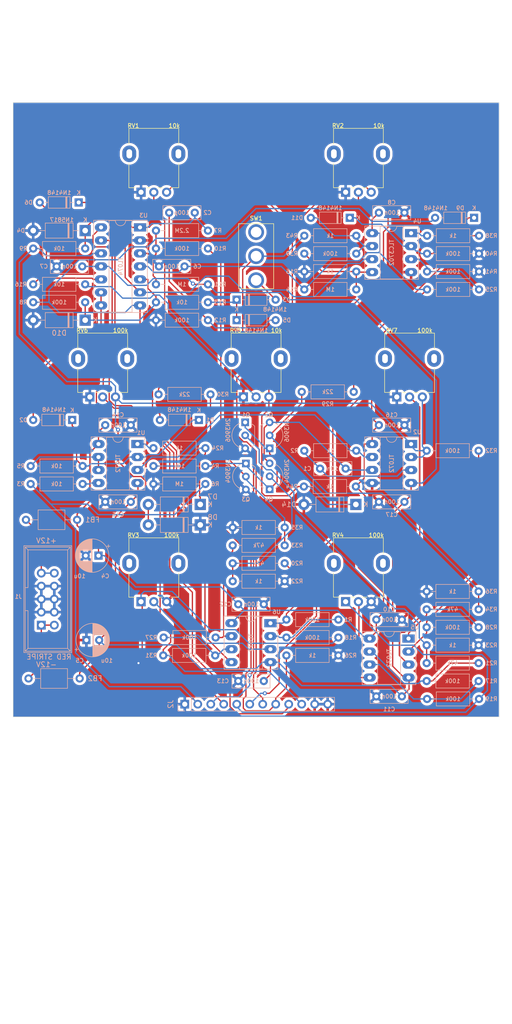
<source format=kicad_pcb>
(kicad_pcb (version 20221018) (generator pcbnew)
  (layers (0 "F.Cu" signal) (31 "B.Cu" signal) (34 "B.Paste" user) (35 "F.Paste" user) (36 "B.SilkS" user "B.Silkscreen") (37 "F.SilkS" user "F.Silkscreen") (38 "B.Mask" user) (39 "F.Mask" user) (44 "Edge.Cuts" user))
  (net 0 "")
  (net 1 "/Slope Main 1/GATE_BUF")
  (net 2 "/Slope Main 1/TRIGGER")
  (net 3 "+12V")
  (net 4 "GND")
  (net 5 "-12V")
  (net 6 "/Slope Main 1/STATE")
  (net 7 "/Slope Main 1/SUSTAIN_BUF")
  (net 8 "LOOP")
  (net 9 "Net-(Q2-C)")
  (net 10 "VREF")
  (net 11 "Net-(FB1-Pad1)")
  (net 12 "Net-(FB2-Pad1)")
  (net 13 "IN")
  (net 14 "GATE_IN")
  (net 15 "RISE_CV_IN")
  (net 16 "FALL_CV_IN")
  (net 17 "EOR")
  (net 18 "EOC")
  (net 19 "OUT_LEDB")
  (net 20 "OUT_LEDA")
  (net 21 "OUT")
  (net 22 "FALL1")
  (net 23 "FALL2")
  (net 24 "RISE2")
  (net 25 "RISE1")
  (net 26 "Net-(R1-Pad2)")
  (net 27 "SUSTAIN")
  (net 28 "Net-(R17-Pad2)")
  (net 29 "Net-(R24-Pad1)")
  (net 30 "Net-(R27-Pad1)")
  (net 31 "Net-(R28-Pad1)")
  (net 32 "/Slope Main 2/FALL_W")
  (net 33 "/Slope Main 2/RISE_W")
  (net 34 "Net-(R38-Pad2)")
  (net 35 "/Slope Main 2/RISE_CV_W")
  (net 36 "/Slope Main 2/FALL_CV_W")
  (net 37 "/Slope Main 2/RISE_SHAPE_W")
  (net 38 "/Slope Main 2/FALL_SHAPE_W")
  (net 39 "Net-(U2A-+)")
  (net 40 "Net-(D1-K)")
  (net 41 "Net-(D3-K)")
  (net 42 "Net-(D4-K)")
  (net 43 "Net-(D6-A)")
  (net 44 "Net-(D7-K)")
  (net 45 "Net-(D7-A)")
  (net 46 "Net-(D11-K)")
  (net 47 "Net-(D10-K)")
  (net 48 "Net-(D11-A)")
  (net 49 "Net-(Q1-E)")
  (net 50 "Net-(U6A--)")
  (net 51 "Net-(U1A-+)")
  (net 52 "Net-(U1B-+)")
  (net 53 "Net-(U1B--)")
  (net 54 "Net-(U3A-+)")
  (net 55 "Net-(U4B-+)")
  (net 56 "Net-(U5B--)")
  (net 57 "Net-(U4A-+)")
  (net 58 "Net-(U6B--)")
  (net 59 "Net-(U5A--)")
  (footprint "AO_tht:SPDT-toggle-switch-1M-series" (layer "F.Cu") (at 350 50)
    (fp_text reference "SW1")
    (fp_text value "SW_SPDT")
  )
  (footprint "AO_tht:Potentiometer_Alpha_RD901F-40-00D_Single_Vertical_centered" (layer "F.Cu") (at 330 110 90)
    (fp_text reference "RV3")
    (fp_text value "100k")
  )
  (footprint "AO_tht:Potentiometer_Alpha_RD901F-40-00D_Single_Vertical_centered" (layer "F.Cu") (at 350 70 90)
    (fp_text reference "RV5")
    (fp_text value "10k")
  )
  (footprint "AO_tht:Potentiometer_Alpha_RD901F-40-00D_Single_Vertical_centered" (layer "F.Cu") (at 370 30 90)
    (fp_text reference "RV2")
    (fp_text value "10k")
  )
  (footprint "AO_tht:Potentiometer_Alpha_RD901F-40-00D_Single_Vertical_centered" (layer "F.Cu") (at 370 110 90)
    (fp_text reference "RV4")
    (fp_text value "100k")
  )
  (footprint "AO_tht:Potentiometer_Alpha_RD901F-40-00D_Single_Vertical_centered" (layer "F.Cu") (at 330 30 90)
    (fp_text reference "RV1")
    (fp_text value "10k")
  )
  (footprint "AO_tht:Potentiometer_Alpha_RD901F-40-00D_Single_Vertical_centered" (layer "F.Cu") (at 320 70 90)
    (fp_text reference "RV6")
    (fp_text value "100k")
  )
  (footprint "AO_tht:Potentiometer_Alpha_RD901F-40-00D_Single_Vertical_centered" (layer "F.Cu") (at 380 70 90)
    (fp_text reference "RV7")
    (fp_text value "100k")
  )
  (footprint "Diode_THT:D_DO-41_SOD81_P10.16mm_Horizontal" (layer "B.Cu") (at 339.08 98.5 180)
    (fp_text reference "D7")
    (fp_text value "BZX79-C7V5")
  )
  (footprint "AO_tht:R_Axial_DIN0207_L6.3mm_D2.5mm_P10.16mm_Horizontal" (layer "B.Cu") (at 393.5 115.5 180)
    (fp_text reference "R36")
    (fp_text value "1k")
  )
  (footprint "AO_tht:R_Axial_DIN0207_L6.3mm_D2.5mm_P10.16mm_Horizontal" (layer "B.Cu") (at 340.58 59 180)
    (fp_text reference "R13")
    (fp_text value "10k")
  )
  (footprint "AO_tht:R_Axial_DIN0207_L6.3mm_D2.5mm_P10.16mm_Horizontal" (layer "B.Cu") (at 366.08 121 180)
    (fp_text reference "R1")
    (fp_text value "100k")
  )
  (footprint "AO_tht:DIP-8_W7.62mm_Socket_LongPads" (layer "B.Cu") (at 379.8 124.7 180)
    (fp_text reference "U5")
    (fp_text value "TL072")
  )
  (footprint "AO_tht:DIP-8_W7.62mm_Socket_LongPads" (layer "B.Cu") (at 380.3 45.5 180)
    (fp_text reference "U4")
    (fp_text value "TLC3702")
  )
  (footprint "AO_tht:DIP-8_W7.62mm_Socket_LongPads" (layer "B.Cu") (at 352.8 121.7 180)
    (fp_text reference "U6")
    (fp_text value "TL072")
  )
  (footprint "AO_tht:D_DO-35_SOD27_P7.62mm_Horizontal" (layer "B.Cu") (at 346.19 62.5)
    (fp_text reference "D5")
    (fp_text value "1N4148")
  )
  (footprint "AO_tht:C_Rect_L7.2mm_W2.5mm_P5.00mm_FKS2_FKP2_MKS2_MKP2" (layer "B.Cu") (at 373.5 121)
    (fp_text reference "C10")
    (fp_text value "100n")
  )
  (footprint "AO_tht:C_Rect_L7.2mm_W2.5mm_P5.00mm_FKS2_FKP2_MKS2_MKP2" (layer "B.Cu") (at 374 83)
    (fp_text reference "C16")
    (fp_text value "100n")
  )
  (footprint "AO_tht:R_Axial_DIN0207_L6.3mm_D2.5mm_P10.16mm_Horizontal" (layer "B.Cu") (at 393.5 119 180)
    (fp_text reference "R34")
    (fp_text value "47k")
  )
  (footprint "AO_tht:R_Axial_DIN0207_L6.3mm_D2.5mm_P10.16mm_Horizontal" (layer "B.Cu") (at 393.58 136.5 180)
    (fp_text reference "R19")
    (fp_text value "100k")
  )
  (footprint "AO_tht:D_DO-35_SOD27_P7.62mm_Horizontal" (layer "B.Cu") (at 368.31 42.5 180)
    (fp_text reference "D11")
    (fp_text value "1N4148")
  )
  (footprint "AO_tht:R_Axial_DIN0207_L6.3mm_D2.5mm_P10.16mm_Horizontal" (layer "B.Cu") (at 358.92 76.5)
    (fp_text reference "R29")
    (fp_text value "22k")
  )
  (footprint "AO_tht:R_Axial_DIN0207_L6.3mm_D2.5mm_P10.16mm_Horizontal" (layer "B.Cu") (at 393.58 49.5 180)
    (fp_text reference "R40")
    (fp_text value "100k")
  )
  (footprint "AO_tht:R_Axial_DIN0207_L6.3mm_D2.5mm_P10.16mm_Horizontal" (layer "B.Cu") (at 393.58 56.5 180)
    (fp_text reference "R25")
    (fp_text value "100k")
  )
  (footprint "AO_tht:R_Axial_DIN0207_L6.3mm_D2.5mm_P10.16mm_Horizontal" (layer "B.Cu") (at 316.58 48.5 180)
    (fp_text reference "R9")
    (fp_text value "10k")
  )
  (footprint "AO_tht:R_Axial_DIN0207_L6.3mm_D2.5mm_P10.16mm_Horizontal" (layer "B.Cu") (at 316.58 59 180)
    (fp_text reference "R8")
    (fp_text value "100k")
  )
  (footprint "AO_tht:R_Axial_DIN0207_L6.3mm_D2.5mm_P10.16mm_Horizontal" (layer "B.Cu") (at 340.58 62.5 180)
    (fp_text reference "R12")
    (fp_text value "100k")
  )
  (footprint "AO_tht:CP_Radial_D6.3mm_P2.50mm" (layer "B.Cu") (at 319.1824 108.5 180)
    (fp_text reference "C4")
    (fp_text value "10u")
  )
  (footprint "AO_tht:R_Axial_DIN0207_L6.3mm_D2.5mm_P10.16mm_Horizontal" (layer "B.Cu") (at 341.08 77 180)
    (fp_text reference "R30")
    (fp_text value "22k")
  )
  (footprint "AO_tht:C_Rect_L7.2mm_W2.5mm_P5.00mm_FKS2_FKP2_MKS2_MKP2" (layer "B.Cu") (at 374 41.5)
    (fp_text reference "C8")
    (fp_text value "100n")
  )
  (footprint "AO_tht:R_Axial_DIN0207_L6.3mm_D2.5mm_P10.16mm_Horizontal" (layer "B.Cu") (at 393.58 53 180)
    (fp_text reference "R41")
    (fp_text value "100k")
  )
  (footprint "AO_tht:TO-92_Inline_Wide" (layer "B.Cu") (at 352.64 95.54 90)
    (fp_text reference "Q4")
    (fp_text value "2N3904")
  )
  (footprint "AO_tht:R_Axial_DIN0207_L6.3mm_D2.5mm_P10.16mm_Horizontal" (layer "B.Cu") (at 369.5 95 180)
    (fp_text reference "R44")
    (fp_text value "1k")
  )
  (footprint "AO_tht:D_DO-35_SOD27_P7.62mm_Horizontal" (layer "B.Cu") (at 314.04 82 180)
    (fp_text reference "D2")
    (fp_text value "1N4148")
  )
  (footprint "AO_tht:R_Axial_DIN0207_L6.3mm_D2.5mm_P10.16mm_Horizontal" (layer "B.Cu") (at 366.08 124.5 180)
    (fp_text reference "R18")
    (fp_text value "100k")
  )
  (footprint "AO_tht:DIP-14_W7.62mm_Socket_LongPads" (layer "B.Cu") (at 327.3 44.375 180)
    (fp_text reference "U3")
    (fp_text value "TL074")
  )
  (footprint "AO_tht:R_Axial_DIN0207_L6.3mm_D2.5mm_P10.16mm_Horizontal" (layer "B.Cu") (at 355.58 103 180)
    (fp_text reference "R35")
    (fp_text value "1k")
  )
  (footprint "AO_tht:C_Rect_L7.2mm_W2.5mm_P5.00mm_FKS2_FKP2_MKS2_MKP2" (layer "B.Cu") (at 373.5 136)
    (fp_text reference "C11")
    (fp_text value "100n")
  )
  (footprint "AO_tht:R_Axial_DIN0207_L6.3mm_D2.5mm_P10.16mm_Horizontal" (layer "B.Cu") (at 393.58 46 180)
    (fp_text reference "R38")
    (fp_text value "1k")
  )
  (footprint "AO_tht:R_Axial_DIN0207_L6.3mm_D2.5mm_P10.16mm_Horizontal" (layer "B.Cu") (at 393.5 133 180)
    (fp_text reference "R17")
    (fp_text value "100k")
  )
  (footprint "AO_tht:R_Axial_DIN0207_L6.3mm_D2.5mm_P10.16mm_Horizontal" (layer "B.Cu") (at 359.42 49.5)
    (fp_text reference "R39")
    (fp_text value "100k")
  )
  (footprint "AO_tht:C_Rect_L7.2mm_W2.5mm_P5.00mm_FKS2_FKP2_MKS2_MKP2" (layer "B.Cu") (at 367.5 91.5 180)
    (fp_text reference "C1")
    (fp_text value "10n")
  )
  (footprint "AO_tht:C_Rect_L7.2mm_W2.5mm_P5.00mm_FKS2_FKP2_MKS2_MKP2" (layer "B.Cu") (at 338 41.5 180)
    (fp_text reference "C2")
    (fp_text value "100p")
  )
  (footprint "Inductor_THT:L_Axial_L5.0mm_D3.6mm_P10.00mm_Horizontal_Murata_BL01RN1A2A2" (layer "B.Cu") (at 305 101.5)
    (fp_text reference "FB1")
    (fp_text value "FerriteBead")
  )
  (footprint "AO_tht:R_Axial_DIN0207_L6.3mm_D2.5mm_P10.16mm_Horizontal" (layer "B.Cu") (at 393.5 126 180)
    (fp_text reference "R23")
    (fp_text value "1k")
  )
  (footprint "AO_tht:R_Axial_DIN0207_L6.3mm_D2.5mm_P10.16mm_Horizontal" (layer "B.Cu") (at 355.58 106.5 180)
    (fp_text reference "R33")
    (fp_text value "47k")
  )
  (footprint "Inductor_THT:L_Axial_L5.0mm_D3.6mm_P10.00mm_Horizontal_Murata_BL01RN1A2A2" (layer "B.Cu") (at 305.5 132.5)
    (fp_text reference "FB2")
    (fp_text value "FerriteBead")
  )
  (footprint "AO_tht:CP_Radial_D6.3mm_P2.50mm" (layer "B.Cu") (at 316.8176 125)
    (fp_text reference "C5")
    (fp_text value "10u")
  )
  (footprint "AO_tht:R_Axial_DIN0207_L6.3mm_D2.5mm_P10.16mm_Horizontal" (layer "B.Cu") (at 329.92 91)
    (fp_text reference "R4")
    (fp_text value "10k")
  )
  (footprint "AO_tht:R_Axial_DIN0207_L6.3mm_D2.5mm_P10.16mm_Horizontal" (layer "B.Cu") (at 359.42 46)
    (fp_text reference "R43")
    (fp_text value "1k")
  )
  (footprint "AO_tht:C_Rect_L7.2mm_W2.5mm_P5.00mm_FKS2_FKP2_MKS2_MKP2" (layer "B.Cu") (at 311 52)
    (fp_text reference "C7")
    (fp_text value "100n")
  )
  (footprint "AO_tht:C_Rect_L7.2mm_W2.5mm_P5.00mm_FKS2_FKP2_MKS2_MKP2" (layer "B.Cu") (at 374 98)
    (fp_text reference "C17")
    (fp_text value "100n")
  )
  (footprint "AO_tht:R_Axial_DIN0207_L6.3mm_D2.5mm_P10.16mm_Horizontal" (layer "B.Cu") (at 355.58 113.5 180)
    (fp_text reference "R22")
    (fp_text value "1k")
  )
  (footprint "AO_tht:C_Rect_L7.2mm_W2.5mm_P5.00mm_FKS2_FKP2_MKS2_MKP2" (layer "B.Cu") (at 336 52 180)
    (fp_text reference "C6")
    (fp_text value "100n")
  )
  (footprint "AO_tht:C_Rect_L7.2mm_W2.5mm_P5.00mm_FKS2_FKP2_MKS2_MKP2" (layer "B.Cu") (at 346.5 118)
    (fp_text reference "C12")
    (fp_text value "100n")
  )
  (footprint "AO_tht:R_Axial_DIN0207_L6.3mm_D2.5mm_P10.16mm_Horizontal" (layer "B.Cu") (at 393.5 88 180)
    (fp_text reference "R32")
    (fp_text value "100k")
  )
  (footprint "Diode_THT:D_DO-41_SOD81_P10.16mm_Horizontal" (layer "B.Cu") (at 316.58 62.5 180)
    (fp_text reference "D10")
    (fp_text value "BZX79-C7V5")
  )
  (footprint "AO_tht:R_Axial_DIN0207_L6.3mm_D2.5mm_P10.16mm_Horizontal" (layer "B.Cu") (at 305.92 91)
    (fp_text reference "R5")
    (fp_text value "10k")
  )
  (footprint "Diode_THT:D_DO-41_SOD81_P10.16mm_Horizontal" (layer "B.Cu") (at 369.5 98.5 180)
    (fp_text reference "D14")
    (fp_text value "BZX79-C7V5")
  )
  (footprint "AO_tht:R_Axial_DIN0207_L6.3mm_D2.5mm_P10.16mm_Horizontal" (layer "B.Cu") (at 329.92 87.5)
    (fp_text reference "R24")
    (fp_text value "1k")
  )
  (footprint "AO_tht:R_Axial_DIN0207_L6.3mm_D2.5mm_P10.16mm_Horizontal" (layer "B.Cu") (at 393.5 122.5 180)
    (fp_text reference "R28")
    (fp_text value "100k")
  )
  (footprint "Connector_PinSocket_2.54mm:PinSocket_1x12_P2.54mm_Vertical" (layer "B.Cu") (at 336.05 137.525 -90)
    (fp_text reference "J2")
    (fp_text value "Conn_01x12")
  )
  (footprint "AO_tht:R_Axial_DIN0207_L6.3mm_D2.5mm_P10.16mm_Horizontal" (layer "B.Cu") (at 305.92 94.5)
    (fp_text reference "R3")
    (fp_text value "10k")
  )
  (footprint "AO_tht:Power_Header" (layer "B.Cu") (at 308 122.08)
    (fp_text reference "J1")
    (fp_text value "Synth_power_2x5")
  )
  (footprint "AO_tht:R_Axial_DIN0207_L6.3mm_D2.5mm_P10.16mm_Horizontal" (layer "B.Cu") (at 340.58 48.5 180)
    (fp_text reference "R10")
    (fp_text value "100k")
  )
  (footprint "AO_tht:C_Rect_L7.2mm_W2.5mm_P5.00mm_FKS2_FKP2_MKS2_MKP2" (layer "B.Cu") (at 320.5 83)
    (fp_text reference "C14")
    (fp_text value "100n")
  )
  (footprint "Diode_THT:D_DO-41_SOD81_P10.16mm_Horizontal" (layer "B.Cu") (at 339.08 102.5 180)
    (fp_text reference "D8")
    (fp_text value "BZX79-C7V5")
  )
  (footprint "AO_tht:R_Axial_DIN0207_L6.3mm_D2.5mm_P10.16mm_Horizontal" (layer "B.Cu") (at 340.08 94.5 180)
    (fp_text reference "R6")
    (fp_text value "1M")
  )
  (footprint "AO_tht:D_DO-35_SOD27_P7.62mm_Horizontal" (layer "B.Cu") (at 346.19 58.5)
    (fp_text reference "D3")
    (fp_text value "1N4148")
  )
  (footprint "AO_tht:DIP-8_W7.62mm_Socket_LongPads" (layer "B.Cu") (at 380.3 86.7 180)
    (fp_text reference "U2")
    (fp_text value "TL072")
  )
  (footprint "AO_tht:R_Axial_DIN0207_L6.3mm_D2.5mm_P10.16mm_Horizontal" (layer "B.Cu") (at 393.5 129.5 180)
    (fp_text reference "R21")
    (fp_text value "47k")
  )
  (footprint "AO_tht:R_Axial_DIN0207_L6.3mm_D2.5mm_P10.16mm_Horizontal" (layer "B.Cu") (at 359.42 88)
    (fp_text reference "R2")
    (fp_text value "1k")
  )
  (footprint "AO_tht:D_DO-35_SOD27_P7.62mm_Horizontal" (layer "B.Cu") (at 392.61 42.5 180)
    (fp_text reference "D9")
    (fp_text value "1N4148")
  )
  (footprint "AO_tht:R_Axial_DIN0207_L6.3mm_D2.5mm_P10.16mm_Horizontal" (layer "B.Cu") (at 340.58 55.5 180)
    (fp_text reference "R11")
    (fp_text value "1M")
  )
  (footprint "AO_tht:D_DO-35_SOD27_P7.62mm_Horizontal" (layer "B.Cu") (at 338.81 82 180)
    (fp_text reference "D1")
    (fp_text value "1N4148")
  )
  (footprint "AO_tht:TO-92_Inline_Wide" (layer "B.Cu") (at 348 90.5 -90)
    (fp_text reference "Q3")
    (fp_text value "2N3904")
  )
  (footprint "AO_tht:R_Axial_DIN0207_L6.3mm_D2.5mm_P10.16mm_Horizontal" (layer "B.Cu") (at 316.58 55.5 180)
    (fp_text reference "R16")
    (fp_text value "10k")
  )
  (footprint "AO_tht:DIP-8_W7.62mm_Socket_LongPads" (layer "B.Cu") (at 326.8 86.7 180)
    (fp_text reference "U1")
    (fp_text value "TL072")
  )
  (footprint "AO_tht:R_Axial_DIN0207_L6.3mm_D2.5mm_P10.16mm_Horizontal" (layer "B.Cu") (at 359.42 56.5)
    (fp_text reference "R14")
    (fp_text value "1M")
  )
  (footprint "AO_tht:R_Axial_DIN0207_L6.3mm_D2.5mm_P10.16mm_Horizontal" (layer "B.Cu") (at 366.08 128 180)
    (fp_text reference "R26")
    (fp_text value "1k")
  )
  (footprint "AO_tht:D_DO-35_SOD27_P7.62mm_Horizontal" (layer "B.Cu") (at 315.31 39.5 180)
    (fp_text reference "D6")
    (fp_text value "1N4148")
  )
  (footprint "AO_tht:R_Axial_DIN0207_L6.3mm_D2.5mm_P10.16mm_Horizontal" (layer "B.Cu") (at 355.58 110 180)
    (fp_text reference "R20")
    (fp_text value "47k")
  )
  (footprint "AO_tht:R_Axial_DIN0207_L6.3mm_D2.5mm_P10.16mm_Horizontal" (layer "B.Cu") (at 342 128 180)
    (fp_text reference "R31")
    (fp_text value "100k")
  )
  (footprint "AO_tht:R_Axial_DIN0207_L6.3mm_D2.5mm_P10.16mm_Horizontal" (layer "B.Cu") (at 340.58 45 180)
    (fp_text reference "R7")
    (fp_text value "2.2M")
  )
  (footprint "AO_tht:R_Axial_DIN0207_L6.3mm_D2.5mm_P10.16mm_Horizontal" (layer "B.Cu") (at 342.08 124.5 180)
    (fp_text reference "R27")
    (fp_text value "100k")
  )
  (footprint "AO_tht:C_Rect_L7.2mm_W2.5mm_P5.00mm_FKS2_FKP2_MKS2_MKP2" (layer "B.Cu") (at 346.5 133)
    (fp_text reference "C13")
    (fp_text value "100n")
  )
  (footprint "AO_tht:C_Rect_L7.2mm_W2.5mm_P5.00mm_FKS2_FKP2_MKS2_MKP2" (layer "B.Cu") (at 320.5 98)
    (fp_text reference "C15")
    (fp_text value "100n")
  )
  (footprint "AO_tht:D_DO-41_SOD81_P10.16mm_Horizontal" (layer "B.Cu") (at 316.58 45 180)
    (fp_text reference "D4")
    (fp_text value "1N5817")
  )
  (footprint "AO_tht:TO-92_Inline_Wide" (layer "B.Cu") (at 352.64 87.54 90)
    (fp_text reference "Q2")
    (fp_text value "2N3906")
  )
  (footprint "AO_tht:TO-92_Inline_Wide" (layer "B.Cu") (at 347.86 82.46 -90)
    (fp_text reference "Q1")
    (fp_text value "2N3906")
  )
  (footprint "AO_tht:R_Axial_DIN0207_L6.3mm_D2.5mm_P10.16mm_Horizontal" (layer "B.Cu") (at 369.58 53 180)
    (fp_text reference "R15")
    (fp_text value "1k")
  )
  (gr_rect (start 302.5 20) (end 397.5 140) (stroke (width 0.1)) (fill none) (layer "Edge.Cuts"))
  (segment (start 320.8997 39.5) (end 325.7747 44.375) (width 0.25) (layer "F.Cu") (net 1))
  (segment (start 315.31 39.5) (end 320.8997 39.5) (width 0.25) (layer "F.Cu") (net 1))
  (segment (start 327.3 44.375) (end 325.7747 44.375) (width 0.25) (layer "F.Cu") (net 1))
  (segment (start 328.8253 44.375) (end 329.571 43.6293) (width 0.25) (layer "B.Cu") (net 1))
  (segment (start 327.3 44.375) (end 328.8253 44.375) (width 0.25) (layer "B.Cu") (net 1))
  (segment (start 338 42.5646) (end 338.1446 42.5646) (width 0.25) (layer "B.Cu") (net 1))
  (segment (start 338.1446 42.5646) (end 340.58 45) (width 0.25) (layer "B.Cu") (net 1))
  (segment (start 329.571 43.6293) (end 336.9353 43.6293) (width 0.25) (layer "B.Cu") (net 1))
  (segment (start 336.9353 43.6293) (end 338 42.5646) (width 0.25) (layer "B.Cu") (net 1))
  (segment (start 338 42.5646) (end 338 41.5) (width 0.25) (layer "B.Cu") (net 1))
  (segment (start 333 54.92) (end 340.58 62.5) (width 0.25) (layer "F.Cu") (net 2))
  (segment (start 333 41.5) (end 333 54.92) (width 0.25) (layer "F.Cu") (net 2))
  (segment (start 352.6847 62.5) (end 353.81 62.5) (width 0.25) (layer "B.Cu") (net 2))
  (segment (start 342.08 64) (end 351.1847 64) (width 0.25) (layer "B.Cu") (net 2))
  (segment (start 340.58 62.5) (end 342.08 64) (width 0.25) (layer "B.Cu") (net 2))
  (segment (start 351.1847 64) (end 352.6847 62.5) (width 0.25) (layer "B.Cu") (net 2))
  (segment (start 374.9 115.7353) (end 370 110.8353) (width 0.25) (layer "F.Cu") (net 3))
  (segment (start 373.5 121) (end 374.9 119.6) (width 0.25) (layer "F.Cu") (net 3))
  (segment (start 315 101.5) (end 315 102.6253) (width 0.25) (layer "F.Cu") (net 3))
  (segment (start 319.18 84.32) (end 319.18 86.7) (width 0.25) (layer "F.Cu") (net 3))
  (segment (start 371.3 107.68) (end 371.3 96.8) (width 0.25) (layer "F.Cu") (net 3))
  (segment (start 372.6 81.6) (end 372.6 67.3) (width 0.25) (layer "F.Cu") (net 3))
  (segment (start 372.68 86.7) (end 372.68 84.32) (width 0.25) (layer "F.Cu") (net 3))
  (segment (start 374 83) (end 372.6 81.6) (width 0.25) (layer "F.Cu") (net 3))
  (segment (start 383.4 56.5) (end 383.42 56.5) (width 0.25) (layer "F.Cu") (net 3))
  (segment (start 374.9 119.6) (end 374.9 115.7353) (width 0.25) (layer "F.Cu") (net 3))
  (segment (start 319.1824 108.5) (end 319.1824 106.8077) (width 0.25) (layer "F.Cu") (net 3))
  (segment (start 374 41.5) (end 372.68 42.82) (width 0.25) (layer "F.Cu") (net 3))
  (segment (start 373.5 121) (end 373.5 123.38) (width 0.25) (layer "F.Cu") (net 3))
  (segment (start 371.3 96.8) (end 369.5 95) (width 0.25) (layer "F.Cu") (net 3))
  (segment (start 372.68 84.32) (end 374 83) (width 0.25) (layer "F.Cu") (net 3))
  (segment (start 371.1547 86.7) (end 371.1547 93.3453) (width 0.25) (layer "F.Cu") (net 3))
  (segment (start 373.5 123.38) (end 372.18 124.7) (width 0.25) (layer "F.Cu") (net 3))
  (segment (start 320.5 83) (end 319.18 84.32) (width 0.25) (layer "F.Cu") (net 3))
  (segment (start 370 110.8353) (end 370 108.98) (width 0.25) (layer "F.Cu") (net 3))
  (segment (start 371.1547 93.3453) (end 369.5 95) (width 0.25) (layer "F.Cu") (net 3))
  (segment (start 317.5 88.38) (end 319.18 86.7) (width 0.25) (layer "F.Cu") (net 3))
  (segment (start 370 108.98) (end 371.3 107.68) (width 0.25) (layer "F.Cu") (net 3))
  (segment (start 372.6 67.3) (end 383.4 56.5) (width 0.25) (layer "F.Cu") (net 3))
  (segment (start 319.1824 106.8077) (end 315 102.6253) (width 0.25) (layer "F.Cu") (net 3))
  (segment (start 372.68 86.7) (end 371.1547 86.7) (width 0.25) (layer "F.Cu") (net 3))
  (segment (start 315 100.3747) (end 317.5 97.8747) (width 0.25) (layer "F.Cu") (net 3))
  (segment (start 315 101.5) (end 315 100.3747) (width 0.25) (layer "F.Cu") (net 3))
  (segment (start 317.5 97.8747) (end 317.5 88.38) (width 0.25) (layer "F.Cu") (net 3))
  (segment (start 372.68 42.82) (end 372.68 45.5) (width 0.25) (layer "F.Cu") (net 3))
  (segment (start 373.9273 49.31) (end 374.2053 49.032) (width 0.25) (layer "B.Cu") (net 3))
  (segment (start 320.3077 108.5) (end 326.4331 114.6254) (width 0.25) (layer "B.Cu") (net 3))
  (segment (start 343.1254 114.6254) (end 346.5 118) (width 0.25) (layer "B.Cu") (net 3))
  (segment (start 374.2053 49.4053) (end 374.2053 49.032) (width 0.25) (layer "B.Cu") (net 3))
  (segment (start 371.4174 124.7) (end 372.18 124.7) (width 0.25) (layer "B.Cu") (net 3))
  (segment (start 326.4331 114.6254) (end 343.1254 114.6254) (width 0.25) (layer "B.Cu") (net 3))
  (segment (start 327.3 51.995) (end 328.8253 51.995) (width 0.25) (layer "B.Cu") (net 3))
  (segment (start 329.9755 53.1452) (end 334.8548 53.1452) (width 0.25) (layer "B.Cu") (net 3))
  (segment (start 372.68 45.5) (end 374.2053 45.5) (width 0.25) (layer "B.Cu") (net 3))
  (segment (start 347.69 119.19) (end 345.18 121.7) (width 0.25) (layer "B.Cu") (net 3))
  (segment (start 365.02 50.9) (end 370.1597 50.9) (width 0.25) (layer "B.Cu") (net 3))
  (segment (start 359.42 56.5) (end 365.02 50.9) (width 0.25) (layer "B.Cu") (net 3))
  (segment (start 347.69 119.19) (end 365.9074 119.19) (width 0.25) (layer "B.Cu") (net 3))
  (segment (start 334.8548 53.1452) (end 336 52) (width 0.25) (layer "B.Cu") (net 3))
  (segment (start 346.5 118) (end 347.69 119.19) (width 0.25) (layer "B.Cu") (net 3))
  (segment (start 383.42 56.5) (end 381.3 56.5) (width 0.25) (layer "B.Cu") (net 3))
  (segment (start 370.1597 50.9) (end 371.7497 49.31) (width 0.25) (layer "B.Cu") (net 3))
  (segment (start 365.9074 119.19) (end 371.4174 124.7) (width 0.25) (layer "B.Cu") (net 3))
  (segment (start 381.3 56.5) (end 374.2053 49.4053) (width 0.25) (layer "B.Cu") (net 3))
  (segment (start 319.1824 108.5) (end 320.3077 108.5) (width 0.25) (layer "B.Cu") (net 3))
  (segment (start 354.92 52) (end 359.42 56.5) (width 0.25) (layer "B.Cu") (net 3))
  (segment (start 371.7497 49.31) (end 373.9273 49.31) (width 0.25) (layer "B.Cu") (net 3))
  (segment (start 336 52) (end 354.92 52) (width 0.25) (layer "B.Cu") (net 3))
  (segment (start 374.2053 49.032) (end 374.2053 45.5) (width 0.25) (layer "B.Cu") (net 3))
  (segment (start 328.8253 51.995) (end 329.9755 53.1452) (width 0.25) (layer "B.Cu") (net 3))
  (via (at 327 129.5) (size 0.8) (drill 0.4) (layers "F.Cu" "B.Cu") (net 4))
  (segment (start 325.5 98) (end 322.5 101) (width 0.25) (layer "F.Cu") (net 5))
  (segment (start 351.5 133) (end 352.8 131.7) (width 0.25) (layer "F.Cu") (net 5))
  (segment (start 380.3 96.7) (end 379 98) (width 0.25) (layer "F.Cu") (net 5))
  (segment (start 376.7 100.3) (end 379 98) (width 0.25) (layer "F.Cu") (net 5))
  (segment (start 326.9 94.32) (end 326.8 94.32) (width 0.25) (layer "F.Cu") (net 5))
  (segment (start 380.3 94.32) (end 380.3 96.7) (width 0.25) (layer "F.Cu") (net 5))
  (segment (start 379.9 134.6) (end 379.9 132.42) (width 0.25) (layer "F.Cu") (net 5))
  (segment (start 379.9 132.42) (end 379.8 132.32) (width 0.25) (layer "F.Cu") (net 5))
  (segment (start 319.3176 127.5571) (end 315.5 131.3747) (width 0.25) (layer "F.Cu") (net 5))
  (segment (start 379.8 132.32) (end 378.92 132.32) (width 0.25) (layer "F.Cu") (net 5))
  (segment (start 378.5 136) (end 379.9 134.6) (width 0.25) (layer "F.Cu") (net 5))
  (segment (start 378.92 132.32) (end 376.7 130.1) (width 0.25) (layer "F.Cu") (net 5))
  (segment (start 325.5 98) (end 326.9 96.6) (width 0.25) (layer "F.Cu") (net 5))
  (segment (start 326.9 96.6) (end 326.9 94.32) (width 0.25) (layer "F.Cu") (net 5))
  (segment (start 322.5 101) (end 322.5 121.8176) (width 0.25) (layer "F.Cu") (net 5))
  (segment (start 337.7796 55.5) (end 337.6416 55.362) (width 0.25) (layer "F.Cu") (net 5))
  (segment (start 376.7 130.1) (end 376.7 100.3) (width 0.25) (layer "F.Cu") (net 5))
  (segment (start 322.5 121.8176) (end 319.3176 125) (width 0.25) (layer "F.Cu") (net 5))
  (segment (start 352.8 131.7) (end 352.8 129.32) (width 0.25) (layer "F.Cu") (net 5))
  (segment (start 319.3176 125) (end 319.3176 127.5571) (width 0.25) (layer "F.Cu") (net 5))
  (segment (start 340.58 55.5) (end 337.7796 55.5) (width 0.25) (layer "F.Cu") (net 5))
  (segment (start 315.5 132.5) (end 315.5 131.3747) (width 0.25) (layer "F.Cu") (net 5))
  (via (at 337.6416 55.362) (size 0.8) (drill 0.4) (layers "F.Cu" "B.Cu") (net 5))
  (segment (start 334.4542 125.9378) (end 339.1164 130.6) (width 0.25) (layer "B.Cu") (net 5))
  (segment (start 328.5759 55.6965) (end 324.9068 55.6965) (width 0.25) (layer "B.Cu") (net 5))
  (segment (start 319.68 51.995) (end 321.2053 51.995) (width 0.25) (layer "B.Cu") (net 5))
  (segment (start 337.6416 55.362) (end 336.6542 54.3746) (width 0.25) (layer "B.Cu") (net 5))
  (segment (start 318.1497 52) (end 318.1547 51.995) (width 0.25) (layer "B.Cu") (net 5))
  (segment (start 319.3176 125) (end 320.2554 125.9378) (width 0.25) (layer "B.Cu") (net 5))
  (segment (start 354.8 57.1) (end 342.18 57.1) (width 0.25) (layer "B.Cu") (net 5))
  (segment (start 385.2 91.6) (end 385.2 74.24295) (width 0.25) (layer "B.Cu") (net 5))
  (segment (start 385.2 74.24295) (end 369.45705 58.5) (width 0.25) (layer "B.Cu") (net 5))
  (segment (start 336.6542 54.3746) (end 329.8978 54.3746) (width 0.25) (layer "B.Cu") (net 5))
  (segment (start 329.8978 54.3746) (end 328.5759 55.6965) (width 0.25) (layer "B.Cu") (net 5))
  (segment (start 316 52) (end 318.1497 52) (width 0.25) (layer "B.Cu") (net 5))
  (segment (start 319.2465 51.995) (end 319.68 51.995) (width 0.25) (layer "B.Cu") (net 5))
  (segment (start 354.3253 129.32) (end 358.9017 133.8964) (width 0.25) (layer "B.Cu") (net 5))
  (segment (start 319.2465 51.995) (end 318.1547 51.995) (width 0.25) (layer "B.Cu") (net 5))
  (segment (start 349.9947 130.6) (end 351.2747 129.32) (width 0.25) (layer "B.Cu") (net 5))
  (segment (start 380.3 94.32) (end 382.48 94.32) (width 0.25) (layer "B.Cu") (net 5))
  (segment (start 342.18 57.1) (end 340.58 55.5) (width 0.25) (layer "B.Cu") (net 5))
  (segment (start 356.2 58.5) (end 354.8 57.1) (width 0.25) (layer "B.Cu") (net 5))
  (segment (start 324.9068 55.6965) (end 321.2053 51.995) (width 0.25) (layer "B.Cu") (net 5))
  (segment (start 352.8 129.32) (end 354.3253 129.32) (width 0.25) (layer "B.Cu") (net 5))
  (segment (start 376.3964 133.8964) (end 378.5 136) (width 0.25) (layer "B.Cu") (net 5))
  (segment (start 358.9017 133.8964) (end 376.3964 133.8964) (width 0.25) (layer "B.Cu") (net 5))
  (segment (start 369.45705 58.5) (end 356.2 58.5) (width 0.25) (layer "B.Cu") (net 5))
  (segment (start 339.1164 130.6) (end 349.9947 130.6) (width 0.25) (layer "B.Cu") (net 5))
  (segment (start 320.2554 125.9378) (end 334.4542 125.9378) (width 0.25) (layer "B.Cu") (net 5))
  (segment (start 382.48 94.32) (end 385.2 91.6) (width 0.25) (layer "B.Cu") (net 5))
  (segment (start 351.2747 129.32) (end 352.8 129.32) (width 0.25) (layer "B.Cu") (net 5))
  (segment (start 331.19 80.8747) (end 329.7422 79.4269) (width 0.25) (layer "F.Cu") (net 6))
  (segment (start 329.7422 68.5022) (end 327.3 66.06) (width 0.25) (layer "F.Cu") (net 6))
  (segment (start 331.19 82) (end 331.19 80.8747) (width 0.25) (layer "F.Cu") (net 6))
  (segment (start 327.3 66.06) (end 327.3 59.615) (width 0.25) (layer "F.Cu") (net 6))
  (segment (start 329.7422 79.4269) (end 329.7422 68.5022) (width 0.25) (layer "F.Cu") (net 6))
  (segment (start 328.8266 48.185) (end 330.5116 46.5) (width 0.25) (layer "B.Cu") (net 6))
  (segment (start 309.5067 56.5933) (end 315.4 50.7) (width 0.25) (layer "B.Cu") (net 6))
  (segment (start 384.29 43.2) (end 384.99 42.5) (width 0.25) (layer "B.Cu") (net 6))
  (segment (start 315.4 50.7) (end 322.9659 50.7) (width 0.25) (layer "B.Cu") (net 6))
  (segment (start 311.5067 61) (end 309.5067 59) (width 0.25) (layer "B.Cu") (net 6))
  (segment (start 372.6 43.2) (end 384.29 43.2) (width 0.25) (layer "B.Cu") (net 6))
  (segment (start 370.1 40.7) (end 372.6 43.2) (width 0.25) (layer "B.Cu") (net 6))
  (segment (start 330.5116 46.5) (end 344.1523 46.5) (width 0.25) (layer "B.Cu") (net 6))
  (segment (start 324.3897 61) (end 311.5067 61) (width 0.25) (layer "B.Cu") (net 6))
  (segment (start 309.5067 59) (end 309.5067 56.5933) (width 0.25) (layer "B.Cu") (net 6))
  (segment (start 325.7747 59.615) (end 324.3897 61) (width 0.25) (layer "B.Cu") (net 6))
  (segment (start 309.5067 59) (end 307.5453 59) (width 0.25) (layer "B.Cu") (net 6))
  (segment (start 344.1523 46.5) (end 349.9523 40.7) (width 0.25) (layer "B.Cu") (net 6))
  (segment (start 306.42 59) (end 307.5453 59) (width 0.25) (layer "B.Cu") (net 6))
  (segment (start 322.9659 50.7) (end 325.4809 48.185) (width 0.25) (layer "B.Cu") (net 6))
  (segment (start 327.3 59.615) (end 325.7747 59.615) (width 0.25) (layer "B.Cu") (net 6))
  (segment (start 325.4809 48.185) (end 328.8266 48.185) (width 0.25) (layer "B.Cu") (net 6))
  (segment (start 349.9523 40.7) (end 370.1 40.7) (width 0.25) (layer "B.Cu") (net 6))
  (segment (start 314.5 65.7) (end 317.6 65.7) (width 0.25) (layer "F.Cu") (net 7))
  (segment (start 319.68 63.62) (end 319.68 59.615) (width 0.25) (layer "F.Cu") (net 7))
  (segment (start 319.68 57.075) (end 319.68 59.615) (width 0.25) (layer "F.Cu") (net 7))
  (segment (start 306.42 82) (end 306.42 73.78) (width 0.25) (layer "F.Cu") (net 7))
  (segment (start 317.6 65.7) (end 319.68 63.62) (width 0.25) (layer "F.Cu") (net 7))
  (segment (start 306.42 73.78) (end 314.5 65.7) (width 0.25) (layer "F.Cu") (net 7))
  (segment (start 353.81 58.5) (end 350 54.69) (width 0.25) (layer "F.Cu") (net 8))
  (segment (start 351.5646 83.5354) (end 351.5646 89.3846) (width 0.25) (layer "F.Cu") (net 9))
  (segment (start 351.5646 89.3846) (end 352.64 90.46) (width 0.25) (layer "F.Cu") (net 9))
  (segment (start 352.64 82.46) (end 351.5646 83.5354) (width 0.25) (layer "F.Cu") (net 9))
  (segment (start 352.64 82.46) (end 358.46 82.46) (width 0.25) (layer "B.Cu") (net 9))
  (segment (start 358.46 82.46) (end 367.5 91.5) (width 0.25) (layer "B.Cu") (net 9))
  (segment (start 367.5 91.5) (end 367.78 91.78) (width 0.25) (layer "B.Cu") (net 9))
  (segment (start 367.78 91.78) (end 372.68 91.78) (width 0.25) (layer "B.Cu") (net 9))
  (segment (start 357.2083 44.1917) (end 365.9 35.5) (width 0.25) (layer "F.Cu") (net 10))
  (segment (start 334.9 35.1) (end 332.5 37.5) (width 0.25) (layer "F.Cu") (net 10))
  (segment (start 352.5 79.9) (end 351.1142 81.2858) (width 0.25) (layer "F.Cu") (net 10))
  (segment (start 370.5 35.5) (end 372.5 37.5) (width 0.25) (layer "F.Cu") (net 10))
  (segment (start 357.083 44.1917) (end 357.2083 44.1917) (width 0.25) (layer "F.Cu") (net 10))
  (segment (start 357.083 63.637) (end 352.5 68.22) (width 0.25) (layer "F.Cu") (net 10))
  (segment (start 351.1142 81.2858) (end 351.1142 96.2142) (width 0.25) (layer "F.Cu") (net 10))
  (segment (start 365.9 35.5) (end 370.5 35.5) (width 0.25) (layer "F.Cu") (net 10))
  (segment (start 356.4147 96.8) (end 358.2147 95) (width 0.25) (layer "F.Cu") (net 10))
  (segment (start 357.083 44.1917) (end 357.083 63.637) (width 0.25) (layer "F.Cu") (net 10))
  (segment (start 358.2147 95) (end 359.34 95) (width 0.25) (layer "F.Cu") (net 10))
  (segment (start 357.083 44.1917) (end 347.9913 35.1) (width 0.25) (layer "F.Cu") (net 10))
  (segment (start 351.1142 96.2142) (end 351.7 96.8) (width 0.25) (layer "F.Cu") (net 10))
  (segment (start 351.7 96.8) (end 356.4147 96.8) (width 0.25) (layer "F.Cu") (net 10))
  (segment (start 347.9913 35.1) (end 334.9 35.1) (width 0.25) (layer "F.Cu") (net 10))
  (segment (start 352.5 68.22) (end 352.5 79.9) (width 0.25) (layer "F.Cu") (net 10))
  (segment (start 363.9653 98.5) (end 360.4653 95) (width 0.25) (layer "B.Cu") (net 10))
  (segment (start 359.34 95) (end 360.4653 95) (width 0.25) (layer "B.Cu") (net 10))
  (segment (start 369.5 98.5) (end 363.9653 98.5) (width 0.25) (layer "B.Cu") (net 10))
  (segment (start 308 104.5) (end 308 111.92) (width 0.25) (layer "F.Cu") (net 11))
  (segment (start 305 101.5) (end 308 104.5) (width 0.25) (layer "F.Cu") (net 11))
  (segment (start 310.54 111.92) (end 308 111.92) (width 0.25) (layer "B.Cu") (net 11))
  (segment (start 308 130) (end 308 122.08) (width 0.25) (layer "F.Cu") (net 12))
  (segment (start 305.5 132.5) (end 308 130) (width 0.25) (layer "F.Cu") (net 12))
  (segment (start 310.54 122.08) (end 309.3511 122.08) (width 0.25) (layer "F.Cu") (net 12))
  (segment (start 308 122.08) (end 309.3511 122.08) (width 0.25) (layer "F.Cu") (net 12))
  (segment (start 334.08 100.5) (end 340.08 94.5) (width 0.25) (layer "B.Cu") (net 13))
  (segment (start 314.621 103.201) (end 309.86 98.44) (width 0.25) (layer "B.Cu") (net 13))
  (segment (start 317.04 98.44) (end 309.86 98.44) (width 0.25) (layer "B.Cu") (net 13))
  (segment (start 319.1 100.5) (end 317.04 98.44) (width 0.25) (layer "B.Cu") (net 13))
  (segment (start 319.1 100.5) (end 334.08 100.5) (width 0.25) (layer "B.Cu") (net 13))
  (segment (start 338.59 137.39) (end 335.3 134.1) (width 0.25) (layer "B.Cu") (net 13))
  (segment (start 314.7 103.201) (end 314.621 103.201) (width 0.25) (layer "B.Cu") (net 13))
  (segment (start 321.3 134.1) (end 314.7 127.5) (width 0.25) (layer "B.Cu") (net 13))
  (segment (start 309.86 98.44) (end 305.92 94.5) (width 0.25) (layer "B.Cu") (net 13))
  (segment (start 314.7 127.5) (end 314.7 103.201) (width 0.25) (layer "B.Cu") (net 13))
  (segment (start 335.3 134.1) (end 321.3 134.1) (width 0.25) (layer "B.Cu") (net 13))
  (segment (start 338.59 137.525) (end 338.59 137.39) (width 0.25) (layer "B.Cu") (net 13))
  (segment (start 343.0954 51.0154) (end 340.58 48.5) (width 0.25) (layer "F.Cu") (net 14))
  (segment (start 343.0954 85.5954) (end 343.0954 51.0154) (width 0.25) (layer "F.Cu") (net 14))
  (segment (start 346.341 88.841) (end 343.0954 85.5954) (width 0.25) (layer "F.Cu") (net 14))
  (segment (start 348.841 88.841) (end 346.341 88.841) (width 0.25) (layer "F.Cu") (net 14))
  (segment (start 349.5 89.5) (end 348.841 88.841) (width 0.25) (layer "F.Cu") (net 14))
  (segment (start 349.5 131.077) (end 349.5 89.5) (width 0.25) (layer "F.Cu") (net 14))
  (segment (start 348.7341 131.8429) (end 349.5 131.077) (width 0.25) (layer "F.Cu") (net 14))
  (via (at 348.7341 131.8429) (size 0.8) (drill 0.4) (layers "F.Cu" "B.Cu") (net 14))
  (segment (start 348.7341 133.8659) (end 348.7341 131.8429) (width 0.25) (layer "B.Cu") (net 14))
  (segment (start 346.5 136.1) (end 348.7341 133.8659) (width 0.25) (layer "B.Cu") (net 14))
  (segment (start 341.13 137.525) (end 342.555 136.1) (width 0.25) (layer "B.Cu") (net 14))
  (segment (start 342.555 136.1) (end 346.5 136.1) (width 0.25) (layer "B.Cu") (net 14))
  (segment (start 327.725 117.725) (end 327.5 117.5) (width 0.25) (layer "F.Cu") (net 15))
  (segment (start 338.795 132.65) (end 333.35 132.65) (width 0.25) (layer "F.Cu") (net 15))
  (segment (start 343.67 137.525) (end 338.795 132.65) (width 0.25) (layer "F.Cu") (net 15))
  (segment (start 333.35 132.65) (end 327.725 127.025) (width 0.25) (layer "F.Cu") (net 15))
  (segment (start 327.725 127.025) (end 327.725 117.725) (width 0.25) (layer "F.Cu") (net 15))
  (segment (start 364.9546 125.6254) (end 366.08 124.5) (width 0.25) (layer "B.Cu") (net 15))
  (segment (start 327.5 116.1) (end 327.5 117.5) (width 0.25) (layer "B.Cu") (net 15))
  (segment (start 328.1 115.5) (end 327.5 116.1) (width 0.25) (layer "B.Cu") (net 15))
  (segment (start 333.6 115.5) (end 341.07 122.97) (width 0.25) (layer "B.Cu") (net 15))
  (segment (start 345.9513 122.97) (end 348.6067 125.6254) (width 0.25) (layer "B.Cu") (net 15))
  (segment (start 348.6067 125.6254) (end 364.9546 125.6254) (width 0.25) (layer "B.Cu") (net 15))
  (segment (start 341.07 122.97) (end 345.9513 122.97) (width 0.25) (layer "B.Cu") (net 15))
  (segment (start 328.1 115.5) (end 333.6 115.5) (width 0.25) (layer "B.Cu") (net 15))
  (segment (start 380.8 126) (end 382.6292 127.8292) (width 0.25) (layer "B.Cu") (net 16))
  (segment (start 395.2 134.88) (end 393.58 136.5) (width 0.25) (layer "B.Cu") (net 16))
  (segment (start 390.98 139.1) (end 393.58 136.5) (width 0.25) (layer "B.Cu") (net 16))
  (segment (start 382.6292 127.8292) (end 394.1292 127.8292) (width 0.25) (layer "B.Cu") (net 16))
  (segment (start 346.21 137.525) (end 346.21 138.01) (width 0.25) (layer "B.Cu") (net 16))
  (segment (start 346.21 138.01) (end 347.3 139.1) (width 0.25) (layer "B.Cu") (net 16))
  (segment (start 394.1292 127.8292) (end 395.2 128.9) (width 0.25) (layer "B.Cu") (net 16))
  (segment (start 367.5 117.5) (end 376 126) (width 0.25) (layer "B.Cu") (net 16))
  (segment (start 395.2 128.9) (end 395.2 134.88) (width 0.25) (layer "B.Cu") (net 16))
  (segment (start 376 126) (end 380.8 126) (width 0.25) (layer "B.Cu") (net 16))
  (segment (start 347.3 139.1) (end 390.98 139.1) (width 0.25) (layer "B.Cu") (net 16))
  (segment (start 371.7 76.2) (end 371.7 66.5722) (width 0.25) (layer "F.Cu") (net 17))
  (segment (start 361.8 120.3) (end 361.8 108.2) (width 0.25) (layer "F.Cu") (net 17))
  (segment (start 392.2722 46) (end 393.58 46) (width 0.25) (layer "F.Cu") (net 17))
  (segment (start 361.8 108.2) (end 365 105) (width 0.25) (layer "F.Cu") (net 17))
  (segment (start 352.6 135.4) (end 354.5 133.5) (width 0.25) (layer "F.Cu") (net 17))
  (segment (start 354.5 127.6) (end 361.8 120.3) (width 0.25) (layer "F.Cu") (net 17))
  (segment (start 354.5 133.5) (end 354.5 127.6) (width 0.25) (layer "F.Cu") (net 17))
  (segment (start 371.7 66.5722) (end 392.2722 46) (width 0.25) (layer "F.Cu") (net 17))
  (segment (start 365 82.9) (end 371.7 76.2) (width 0.25) (layer "F.Cu") (net 17))
  (segment (start 351.7 135.4) (end 352.6 135.4) (width 0.25) (layer "F.Cu") (net 17))
  (segment (start 365 105) (end 365 82.9) (width 0.25) (layer "F.Cu") (net 17))
  (via (at 351.7 135.4) (size 0.8) (drill 0.4) (layers "F.Cu" "B.Cu") (net 17))
  (segment (start 351.7 135.4) (end 350.875 135.4) (width 0.25) (layer "B.Cu") (net 17))
  (segment (start 350.875 135.4) (end 348.75 137.525) (width 0.25) (layer "B.Cu") (net 17))
  (segment (start 349.5 131.713396) (end 350 131.213396) (width 0.25) (layer "F.Cu") (net 18))
  (segment (start 347.3803 72.7028) (end 347.3803 52.6197) (width 0.25) (layer "F.Cu") (net 18))
  (segment (start 351.29 136.3497) (end 349.5 134.5597) (width 0.25) (layer "F.Cu") (net 18))
  (segment (start 349.5 134.5597) (end 349.5 131.713396) (width 0.25) (layer "F.Cu") (net 18))
  (segment (start 351.29 137.525) (end 351.29 136.3497) (width 0.25) (layer "F.Cu") (net 18))
  (segment (start 347.3803 52.6197) (end 350 50) (width 0.25) (layer "F.Cu") (net 18))
  (segment (start 346.2267 84.9399) (end 346.2267 73.8564) (width 0.25) (layer "F.Cu") (net 18))
  (segment (start 350 88.1124) (end 348.1576 86.27) (width 0.25) (layer "F.Cu") (net 18))
  (segment (start 347.5568 86.27) (end 346.2267 84.9399) (width 0.25) (layer "F.Cu") (net 18))
  (segment (start 350 131.213396) (end 350 88.1124) (width 0.25) (layer "F.Cu") (net 18))
  (segment (start 346.2267 73.8564) (end 347.3803 72.7028) (width 0.25) (layer "F.Cu") (net 18))
  (segment (start 348.1576 86.27) (end 347.5568 86.27) (width 0.25) (layer "F.Cu") (net 18))
  (segment (start 350 50) (end 355.42 50) (width 0.25) (layer "B.Cu") (net 18))
  (segment (start 355.42 50) (end 359.42 46) (width 0.25) (layer "B.Cu") (net 18))
  (segment (start 355.92 134.2597) (end 355.92 128) (width 0.25) (layer "F.Cu") (net 19))
  (segment (start 321.275 78.138604) (end 322.336396 79.2) (width 0.25) (layer "F.Cu") (net 19))
  (segment (start 347.5 138.3) (end 348 138.8) (width 0.25) (layer "F.Cu") (net 19))
  (segment (start 321.275 73.925) (end 321.275 78.138604) (width 0.25) (layer "F.Cu") (net 19))
  (segment (start 322.4 72.8) (end 321.275 73.925) (width 0.25) (layer "F.Cu") (net 19))
  (segment (start 348.0091 131.542595) (end 348.0091 135.9659) (width 0.25) (layer "F.Cu") (net 19))
  (segment (start 341.0637 100.5) (end 349 108.4363) (width 0.25) (layer "F.Cu") (net 19))
  (segment (start 349 130.551695) (end 348.0091 131.542595) (width 0.25) (layer "F.Cu") (net 19))
  (segment (start 334.4387 88.0419) (end 334.4387 97.4387) (width 0.25) (layer "F.Cu") (net 19))
  (segment (start 353.83 136.3497) (end 355.92 134.2597) (width 0.25) (layer "F.Cu") (net 19))
  (segment (start 349 108.4363) (end 349 130.551695) (width 0.25) (layer "F.Cu") (net 19))
  (segment (start 321.2053 46.915) (end 322.4 48.1097) (width 0.25) (layer "F.Cu") (net 19))
  (segment (start 347.5 136.475) (end 347.5 138.3) (width 0.25) (layer "F.Cu") (net 19))
  (segment (start 334.4387 97.4387) (end 337.5 100.5) (width 0.25) (layer "F.Cu") (net 19))
  (segment (start 319.68 46.915) (end 321.2053 46.915) (width 0.25) (layer "F.Cu") (net 19))
  (segment (start 353.83 137.525) (end 353.83 136.3497) (width 0.25) (layer "F.Cu") (net 19))
  (segment (start 322.336396 79.2) (end 325.5968 79.2) (width 0.25) (layer "F.Cu") (net 19))
  (segment (start 322.4 48.1097) (end 322.4 72.8) (width 0.25) (layer "F.Cu") (net 19))
  (segment (start 352.555 138.8) (end 353.83 137.525) (width 0.25) (layer "F.Cu") (net 19))
  (segment (start 325.5968 79.2) (end 334.4387 88.0419) (width 0.25) (layer "F.Cu") (net 19))
  (segment (start 348 138.8) (end 352.555 138.8) (width 0.25) (layer "F.Cu") (net 19))
  (segment (start 337.5 100.5) (end 341.0637 100.5) (width 0.25) (layer "F.Cu") (net 19))
  (segment (start 348.0091 135.9659) (end 347.5 136.475) (width 0.25) (layer "F.Cu") (net 19))
  (segment (start 321.85 48.85) (end 321.185 48.185) (width 0.25) (layer "F.Cu") (net 20))
  (segment (start 355.1 139.4) (end 346.30465 139.4) (width 0.25) (layer "F.Cu") (net 20))
  (segment (start 318.775 76.525) (end 320.1 75.2) (width 0.25) (layer "F.Cu") (net 20))
  (segment (start 318.118 47.718) (end 318.118 45.937) (width 0.25) (layer "F.Cu") (net 20))
  (segment (start 333.3 111.14295) (end 333.115 110.95795) (width 0.25) (layer "F.Cu") (net 20))
  (segment (start 344.9 137.99535) (end 344.9 135.2) (width 0.25) (layer "F.Cu") (net 20))
  (segment (start 356.37 137.525) (end 356.37 138.13) (width 0.25) (layer "F.Cu") (net 20))
  (segment (start 321.3 81.1) (end 318.775 78.575) (width 0.25) (layer "F.Cu") (net 20))
  (segment (start 333.115 88.315) (end 325.9 81.1) (width 0.25) (layer "F.Cu") (net 20))
  (segment (start 337.5394 115.6604) (end 333.3 111.421) (width 0.25) (layer "F.Cu") (net 20))
  (segment (start 320.1 75.2) (end 320.1 74.036396) (width 0.25) (layer "F.Cu") (net 20))
  (segment (start 333.3 111.421) (end 333.3 111.14295) (width 0.25) (layer "F.Cu") (net 20))
  (segment (start 333.115 110.95795) (end 333.115 88.315) (width 0.25) (layer "F.Cu") (net 20))
  (segment (start 337.5394 127.8394) (end 337.5394 115.6604) (width 0.25) (layer "F.Cu") (net 20))
  (segment (start 321.185 48.185) (end 318.585 48.185) (width 0.25) (layer "F.Cu") (net 20))
  (segment (start 325.9 81.1) (end 321.3 81.1) (width 0.25) (layer "F.Cu") (net 20))
  (segment (start 356.37 138.13) (end 355.1 139.4) (width 0.25) (layer "F.Cu") (net 20))
  (segment (start 344.9 135.2) (end 337.5394 127.8394) (width 0.25) (layer "F.Cu") (net 20))
  (segment (start 318.585 48.185) (end 318.118 47.718) (width 0.25) (layer "F.Cu") (net 20))
  (segment (start 318.118 45.937) (end 319.68 44.375) (width 0.25) (layer "F.Cu") (net 20))
  (segment (start 346.30465 139.4) (end 344.9 137.99535) (width 0.25) (layer "F.Cu") (net 20))
  (segment (start 321.85 72.286396) (end 321.85 48.85) (width 0.25) (layer "F.Cu") (net 20))
  (segment (start 318.775 78.575) (end 318.775 76.525) (width 0.25) (layer "F.Cu") (net 20))
  (segment (start 320.1 74.036396) (end 321.85 72.286396) (width 0.25) (layer "F.Cu") (net 20))
  (segment (start 328.4 93.9138) (end 327.5362 93.05) (width 0.25) (layer "F.Cu") (net 21))
  (segment (start 328.4 95.6918) (end 328.4 93.9138) (width 0.25) (layer "F.Cu") (net 21))
  (segment (start 327.5362 93.05) (end 325.9814 93.05) (width 0.25) (layer "F.Cu") (net 21))
  (segment (start 323 90.0686) (end 323 83.9) (width 0.25) (layer "F.Cu") (net 21))
  (segment (start 331.84 126.8747) (end 333.3 125.4147) (width 0.25) (layer "F.Cu") (net 21))
  (segment (start 325.9814 93.05) (end 323 90.0686) (width 0.25) (layer "F.Cu") (net 21))
  (segment (start 331.2254 98.5172) (end 328.4 95.6918) (width 0.25) (layer "F.Cu") (net 21))
  (segment (start 331.2254 119.8511) (end 331.2254 98.5172) (width 0.25) (layer "F.Cu") (net 21))
  (segment (start 331.84 128) (end 331.84 126.8747) (width 0.25) (layer "F.Cu") (net 21))
  (segment (start 333.3 125.4147) (end 333.3 121.9257) (width 0.25) (layer "F.Cu") (net 21))
  (segment (start 333.3 121.9257) (end 331.2254 119.8511) (width 0.25) (layer "F.Cu") (net 21))
  (via (at 323 83.9) (size 0.8) (drill 0.4) (layers "F.Cu" "B.Cu") (net 21))
  (segment (start 323 83.9) (end 322.5 83.4) (width 0.25) (layer "B.Cu") (net 21))
  (segment (start 332.9653 128) (end 336.0653 131.1) (width 0.25) (layer "B.Cu") (net 21))
  (segment (start 303.7 51.22) (end 303.7 65.2) (width 0.25) (layer "B.Cu") (net 21))
  (segment (start 308.9453 49.9) (end 307.5453 48.5) (width 0.25) (layer "B.Cu") (net 21))
  (segment (start 303.7 65.2) (end 313 74.5) (width 0.25) (layer "B.Cu") (net 21))
  (segment (start 383.34 88) (end 382.7774 88) (width 0.25) (layer "B.Cu") (net 21))
  (segment (start 323.725 78.725) (end 372.325 78.725) (width 0.25) (layer "B.Cu") (net 21))
  (segment (start 318.1547 49.455) (end 317.7097 49.9) (width 0.25) (layer "B.Cu") (net 21))
  (segment (start 313 74.5) (end 321.6 74.5) (width 0.25) (layer "B.Cu") (net 21))
  (segment (start 322.5 77.5) (end 323.725 78.725) (width 0.25) (layer "B.Cu") (net 21))
  (segment (start 380.3 87.1) (end 380.3 86.7) (width 0.25) (layer "B.Cu") (net 21))
  (segment (start 317.7097 49.9) (end 308.9453 49.9) (width 0.25) (layer "B.Cu") (net 21))
  (segment (start 319.68 49.455) (end 318.1547 49.455) (width 0.25) (layer "B.Cu") (net 21))
  (segment (start 331.84 128) (end 332.9653 128) (width 0.25) (layer "B.Cu") (net 21))
  (segment (start 307.5453 48.5) (end 306.42 48.5) (width 0.25) (layer "B.Cu") (net 21))
  (segment (start 306.42 48.5) (end 303.7 51.22) (width 0.25) (layer "B.Cu") (net 21))
  (segment (start 336.0653 131.1) (end 352.485 131.1) (width 0.25) (layer "B.Cu") (net 21))
  (segment (start 383.34 88) (end 383.52 88.18) (width 0.25) (layer "B.Cu") (net 21))
  (segment (start 322.5 75.4) (end 322.5 77.5) (width 0.25) (layer "B.Cu") (net 21))
  (segment (start 381.2 88) (end 380.3 87.1) (width 0.25) (layer "B.Cu") (net 21))
  (segment (start 322.5 83.4) (end 322.5 77.5) (width 0.25) (layer "B.Cu") (net 21))
  (segment (start 383.52 88.18) (end 382.46 89.24) (width 0.25) (layer "B.Cu") (net 21))
  (segment (start 382.5 77.5) (end 382.5 87.16) (width 0.25) (layer "B.Cu") (net 21))
  (segment (start 372.325 78.725) (end 380.3 86.7) (width 0.25) (layer "B.Cu") (net 21))
  (segment (start 321.6 74.5) (end 322.5 75.4) (width 0.25) (layer "B.Cu") (net 21))
  (segment (start 352.485 131.1) (end 358.91 137.525) (width 0.25) (layer "B.Cu") (net 21))
  (segment (start 382.46 89.24) (end 380.3 89.24) (width 0.25) (layer "B.Cu") (net 21))
  (segment (start 382.2147 88) (end 381.2 88) (width 0.25) (layer "B.Cu") (net 21))
  (segment (start 382.5 87.16) (end 383.34 88) (width 0.25) (layer "B.Cu") (net 21))
  (segment (start 382.2147 88) (end 383.34 88) (width 0.25) (layer "B.Cu") (net 21))
  (segment (start 382.7774 88) (end 382.2147 88) (width 0.25) (layer "B.Cu") (net 21))
  (segment (start 383.34 129.5) (end 383.34 126) (width 0.25) (layer "F.Cu") (net 22))
  (segment (start 378.9955 118.8955) (end 381.9 121.8) (width 0.25) (layer "B.Cu") (net 22))
  (segment (start 381.9 124.56) (end 383.34 126) (width 0.25) (layer "B.Cu") (net 22))
  (segment (start 357.3759 96.1533) (end 357.3759 99.0759) (width 0.25) (layer "B.Cu") (net 22))
  (segment (start 352.03 91.73) (end 352.9526 91.73) (width 0.25) (layer "B.Cu") (net 22))
  (segment (start 347.86 85) (end 350.6 87.74) (width 0.25) (layer "B.Cu") (net 22))
  (segment (start 381.9 121.8) (end 381.9 124.56) (width 0.25) (layer "B.Cu") (net 22))
  (segment (start 357.3759 99.0759) (end 377.1955 118.8955) (width 0.25) (layer "B.Cu") (net 22))
  (segment (start 350.6 87.74) (end 350.6 90.3) (width 0.25) (layer "B.Cu") (net 22))
  (segment (start 350.6 90.3) (end 352.03 91.73) (width 0.25) (layer "B.Cu") (net 22))
  (segment (start 377.1955 118.8955) (end 378.9955 118.8955) (width 0.25) (layer "B.Cu") (net 22))
  (segment (start 352.9526 91.73) (end 357.3759 96.1533) (width 0.25) (layer "B.Cu") (net 22))
  (segment (start 393.5 119) (end 393.5 115.5) (width 0.25) (layer "F.Cu") (net 23))
  (segment (start 352.64 85) (end 358.92 78.72) (width 0.25) (layer "F.Cu") (net 23))
  (segment (start 358.92 78.72) (end 358.92 76.5) (width 0.25) (layer "F.Cu") (net 23))
  (segment (start 393.5 115.2) (end 374.609 96.309) (width 0.25) (layer "B.Cu") (net 23))
  (segment (start 393.5 115.5) (end 393.5 115.2) (width 0.25) (layer "B.Cu") (net 23))
  (segment (start 374.609 96.309) (end 363.949 96.309) (width 0.25) (layer "B.Cu") (net 23))
  (segment (start 363.949 96.309) (end 352.64 85) (width 0.25) (layer "B.Cu") (net 23))
  (segment (start 348 93.04) (end 341.08 86.12) (width 0.25) (layer "F.Cu") (net 24))
  (segment (start 341.08 86.12) (end 341.08 77) (width 0.25) (layer "F.Cu") (net 24))
  (segment (start 355.58 106.5) (end 355.58 103) (width 0.25) (layer "F.Cu") (net 24))
  (segment (start 348 93.6) (end 355.58 101.18) (width 0.25) (layer "B.Cu") (net 24))
  (segment (start 348 93.04) (end 348 93.6) (width 0.25) (layer "B.Cu") (net 24))
  (segment (start 355.58 101.18) (end 355.58 103) (width 0.25) (layer "B.Cu") (net 24))
  (segment (start 345.42 110) (end 345.42 113.5) (width 0.25) (layer "F.Cu") (net 25))
  (segment (start 356.9259 99.262296) (end 357 99.336396) (width 0.25) (layer "B.Cu") (net 25))
  (segment (start 357 99.336396) (end 357 103.36185) (width 0.25) (layer "B.Cu") (net 25))
  (segment (start 350.36185 110) (end 345.42 110) (width 0.25) (layer "B.Cu") (net 25))
  (segment (start 356.9259 97.2859) (end 356.9259 99.262296) (width 0.25) (layer "B.Cu") (net 25))
  (segment (start 357 103.36185) (end 350.36185 110) (width 0.25) (layer "B.Cu") (net 25))
  (segment (start 352.64 93) (end 356.9259 97.2859) (width 0.25) (layer "B.Cu") (net 25))
  (segment (start 357.5 111.92) (end 357.5 118.2947) (width 0.25) (layer "F.Cu") (net 26))
  (segment (start 357.5 118.2947) (end 355.92 119.8747) (width 0.25) (layer "F.Cu") (net 26))
  (segment (start 355.58 110) (end 357.5 111.92) (width 0.25) (layer "F.Cu") (net 26))
  (segment (start 355.92 119.8747) (end 355.92 121) (width 0.25) (layer "F.Cu") (net 26))
  (segment (start 355.22 121.7) (end 352.8 121.7) (width 0.25) (layer "B.Cu") (net 26))
  (segment (start 355.92 121) (end 355.22 121.7) (width 0.25) (layer "B.Cu") (net 26))
  (segment (start 331.1104 57.6) (end 329.895 57.6) (width 0.25) (layer "B.Cu") (net 27))
  (segment (start 321.6438 55.9496) (end 317.0296 55.9496) (width 0.25) (layer "B.Cu") (net 27))
  (segment (start 329.895 57.6) (end 329.2946 58.2004) (width 0.25) (layer "B.Cu") (net 27))
  (segment (start 350 77.5) (end 332.8109 60.3109) (width 0.25) (layer "B.Cu") (net 27))
  (segment (start 323.8946 58.2004) (end 321.6438 55.9496) (width 0.25) (layer "B.Cu") (net 27))
  (segment (start 329.2946 58.2004) (end 323.8946 58.2004) (width 0.25) (layer "B.Cu") (net 27))
  (segment (start 332.8109 60.3109) (end 332.8109 59.3005) (width 0.25) (layer "B.Cu") (net 27))
  (segment (start 317.0296 55.9496) (end 316.58 55.5) (width 0.25) (layer "B.Cu") (net 27))
  (segment (start 332.8109 59.3005) (end 331.1104 57.6) (width 0.25) (layer "B.Cu") (net 27))
  (segment (start 384.4653 133) (end 387.9653 129.5) (width 0.25) (layer "F.Cu") (net 28))
  (segment (start 387.9653 129.5) (end 393.5 129.5) (width 0.25) (layer "F.Cu") (net 28))
  (segment (start 383.34 133) (end 384.4653 133) (width 0.25) (layer "F.Cu") (net 28))
  (segment (start 372.6662 127.24) (end 372.18 127.24) (width 0.25) (layer "B.Cu") (net 28))
  (segment (start 381.7563 133.4584) (end 378.8846 133.4584) (width 0.25) (layer "B.Cu") (net 28))
  (segment (start 383.34 133) (end 382.2147 133) (width 0.25) (layer "B.Cu") (net 28))
  (segment (start 378.8846 133.4584) (end 372.6662 127.24) (width 0.25) (layer "B.Cu") (net 28))
  (segment (start 382.2147 133) (end 381.7563 133.4584) (width 0.25) (layer "B.Cu") (net 28))
  (segment (start 326.8 86.7) (end 328.3253 86.7) (width 0.25) (layer "B.Cu") (net 29))
  (segment (start 329.1253 87.5) (end 328.3253 86.7) (width 0.25) (layer "B.Cu") (net 29))
  (segment (start 329.92 87.5) (end 329.1253 87.5) (width 0.25) (layer "B.Cu") (net 29))
  (segment (start 345.18 124.24) (end 343.6547 124.24) (width 0.25) (layer "F.Cu") (net 30))
  (segment (start 343.6547 109.3906) (end 343.6547 124.24) (width 0.25) (layer "F.Cu") (net 30))
  (segment (start 343.3947 124.5) (end 343.6547 124.24) (width 0.25) (layer "F.Cu") (net 30))
  (segment (start 342.08 124.5) (end 343.3947 124.5) (width 0.25) (layer "F.Cu") (net 30))
  (segment (start 345.42 107.6253) (end 343.6547 109.3906) (width 0.25) (layer "F.Cu") (net 30))
  (segment (start 345.42 106.5) (end 345.42 107.6253) (width 0.25) (layer "F.Cu") (net 30))
  (segment (start 379.8 123.6653) (end 379.8 124.7) (width 0.25) (layer "F.Cu") (net 31))
  (segment (start 383.34 119) (end 383.34 120.1253) (width 0.25) (layer "F.Cu") (net 31))
  (segment (start 383.34 120.1253) (end 379.8 123.6653) (width 0.25) (layer "F.Cu") (net 31))
  (segment (start 390 119) (end 383.34 119) (width 0.25) (layer "B.Cu") (net 31))
  (segment (start 393.5 122.5) (end 390 119) (width 0.25) (layer "B.Cu") (net 31))
  (segment (start 369.08 76.5) (end 369.08 59.42) (width 0.25) (layer "F.Cu") (net 32))
  (segment (start 370 38.9) (end 370 37.5) (width 0.25) (layer "F.Cu") (net 32))
  (segment (start 374.9 53.6) (end 374.9 45.27099) (width 0.25) (layer "F.Cu") (net 32))
  (segment (start 375.8 41) (end 374.4 39.6) (width 0.25) (layer "F.Cu") (net 32))
  (segment (start 369.08 59.42) (end 374.9 53.6) (width 0.25) (layer "F.Cu") (net 32))
  (segment (start 370.7 39.6) (end 370 38.9) (width 0.25) (layer "F.Cu") (net 32))
  (segment (start 375.8 44.37099) (end 375.8 41) (width 0.25) (layer "F.Cu") (net 32))
  (segment (start 374.9 45.27099) (end 375.8 44.37099) (width 0.25) (layer "F.Cu") (net 32))
  (segment (start 374.4 39.6) (end 370.7 39.6) (width 0.25) (layer "F.Cu") (net 32))
  (segment (start 330 41) (end 330 37.5) (width 0.25) (layer "F.Cu") (net 33))
  (segment (start 332.1264 74.6683) (end 332.1264 43.1264) (width 0.25) (layer "F.Cu") (net 33))
  (segment (start 330.92 75.8747) (end 332.1264 74.6683) (width 0.25) (layer "F.Cu") (net 33))
  (segment (start 332.1264 43.1264) (end 330 41) (width 0.25) (layer "F.Cu") (net 33))
  (segment (start 330.92 77) (end 330.92 75.8747) (width 0.25) (layer "F.Cu") (net 33))
  (segment (start 380.3 45.5) (end 381.8253 45.5) (width 0.25) (layer "B.Cu") (net 34))
  (segment (start 382.2947 45.9694) (end 381.8253 45.5) (width 0.25) (layer "B.Cu") (net 34))
  (segment (start 382.2947 46) (end 382.2947 45.9694) (width 0.25) (layer "B.Cu") (net 34))
  (segment (start 383.42 46) (end 382.2947 46) (width 0.25) (layer "B.Cu") (net 34))
  (segment (start 348.4899 126.78) (end 352.8 126.78) (width 0.25) (layer "B.Cu") (net 35))
  (segment (start 338.686396 124.05) (end 340.261896 125.6255) (width 0.25) (layer "B.Cu") (net 35))
  (segment (start 336.55 124.05) (end 338.686396 124.05) (width 0.25) (layer "B.Cu") (net 35))
  (segment (start 347.3354 125.6255) (end 348.4899 126.78) (width 0.25) (layer "B.Cu") (net 35))
  (segment (start 330 117.5) (end 336.55 124.05) (width 0.25) (layer "B.Cu") (net 35))
  (segment (start 340.261896 125.6255) (end 347.3354 125.6255) (width 0.25) (layer "B.Cu") (net 35))
  (segment (start 370.1 117.6) (end 370 117.5) (width 0.25) (layer "F.Cu") (net 36))
  (segment (start 372.18 132.32) (end 370.1 132.32) (width 0.25) (layer "F.Cu") (net 36))
  (segment (start 370.1 132.32) (end 370.1 117.6) (width 0.25) (layer "F.Cu") (net 36))
  (segment (start 340 108.7) (end 333.9 102.6) (width 0.25) (layer "F.Cu") (net 37))
  (segment (start 333.9 102.6) (end 333.9 88.4) (width 0.25) (layer "F.Cu") (net 37))
  (segment (start 333.9 88.4) (end 325.2 79.7) (width 0.25) (layer "F.Cu") (net 37))
  (segment (start 325.2 79.7) (end 322.2 79.7) (width 0.25) (layer "F.Cu") (net 37))
  (segment (start 345.02 129.32) (end 340 124.3) (width 0.25) (layer "F.Cu") (net 37))
  (segment (start 345.18 129.32) (end 345.02 129.32) (width 0.25) (layer "F.Cu") (net 37))
  (segment (start 340 124.3) (end 340 108.7) (width 0.25) (layer "F.Cu") (net 37))
  (segment (start 322.2 79.7) (end 320 77.5) (width 0.25) (layer "F.Cu") (net 37))
  (segment (start 382 79.5) (end 380 77.5) (width 0.25) (layer "F.Cu") (net 38))
  (segment (start 379 123.5) (end 382 120.5) (width 0.25) (layer "F.Cu") (net 38))
  (segment (start 379.78 129.78) (end 378 128) (width 0.25) (layer "F.Cu") (net 38))
  (segment (start 378 128) (end 378 123.85) (width 0.25) (layer "F.Cu") (net 38))
  (segment (start 382 120.5) (end 382 79.5) (width 0.25) (layer "F.Cu") (net 38))
  (segment (start 378 123.85) (end 378.35 123.5) (width 0.25) (layer "F.Cu") (net 38))
  (segment (start 379.8 129.78) (end 379.78 129.78) (width 0.25) (layer "F.Cu") (net 38))
  (segment (start 378.35 123.5) (end 379 123.5) (width 0.25) (layer "F.Cu") (net 38))
  (segment (start 380.3 91.78) (end 378.7747 91.78) (width 0.25) (layer "B.Cu") (net 39))
  (segment (start 362.5 91.5) (end 363.9705 92.9705) (width 0.25) (layer "B.Cu") (net 39))
  (segment (start 359.42 88) (end 359.42 88.42) (width 0.25) (layer "B.Cu") (net 39))
  (segment (start 377.5842 92.9705) (end 378.7747 91.78) (width 0.25) (layer "B.Cu") (net 39))
  (segment (start 359.42 88.42) (end 362.5 91.5) (width 0.25) (layer "B.Cu") (net 39))
  (segment (start 363.9705 92.9705) (end 377.5842 92.9705) (width 0.25) (layer "B.Cu") (net 39))
  (segment (start 314.04 83.1253) (end 314.9 83.9853) (width 0.25) (layer "F.Cu") (net 40))
  (segment (start 314.9 89.82) (end 316.08 91) (width 0.25) (layer "F.Cu") (net 40))
  (segment (start 314.9 83.9853) (end 314.9 89.82) (width 0.25) (layer "F.Cu") (net 40))
  (segment (start 314.04 82) (end 314.04 83.1253) (width 0.25) (layer "F.Cu") (net 40))
  (segment (start 316.08 91) (end 317.2053 91) (width 0.25) (layer "B.Cu") (net 40))
  (segment (start 323.9811 90.5336) (end 325.2747 89.24) (width 0.25) (layer "B.Cu") (net 40))
  (segment (start 317.2053 91) (end 317.6717 90.5336) (width 0.25) (layer "B.Cu") (net 40))
  (segment (start 317.6717 90.5336) (end 323.9811 90.5336) (width 0.25) (layer "B.Cu") (net 40))
  (segment (start 326.8 89.24) (end 325.2747 89.24) (width 0.25) (layer "B.Cu") (net 40))
  (segment (start 338.81 82) (end 337.6847 82) (width 0.25) (layer "B.Cu") (net 40))
  (segment (start 337.6847 82) (end 330.895 88.7897) (width 0.25) (layer "B.Cu") (net 40))
  (segment (start 328.7756 88.7897) (end 328.3253 89.24) (width 0.25) (layer "B.Cu") (net 40))
  (segment (start 330.895 88.7897) (end 328.7756 88.7897) (width 0.25) (layer "B.Cu") (net 40))
  (segment (start 326.8 89.24) (end 328.3253 89.24) (width 0.25) (layer "B.Cu") (net 40))
  (segment (start 346.19 58.5) (end 346.19 62.5) (width 0.25) (layer "F.Cu") (net 41))
  (segment (start 340.58 59) (end 345.69 59) (width 0.25) (layer "B.Cu") (net 41))
  (segment (start 345.69 59) (end 346.19 58.5) (width 0.25) (layer "B.Cu") (net 41))
  (segment (start 324.4 54.175) (end 327.3 57.075) (width 0.25) (layer "F.Cu") (net 42))
  (segment (start 324.4 46.3) (end 324.4 54.175) (width 0.25) (layer "F.Cu") (net 42))
  (segment (start 320.5 42.4) (end 324.4 46.3) (width 0.25) (layer "F.Cu") (net 42))
  (segment (start 316.58 45) (end 316.58 44.52) (width 0.25) (layer "F.Cu") (net 42))
  (segment (start 316.58 44.52) (end 318.7 42.4) (width 0.25) (layer "F.Cu") (net 42))
  (segment (start 316.58 48.5) (end 316.58 45) (width 0.25) (layer "F.Cu") (net 42))
  (segment (start 318.7 42.4) (end 320.5 42.4) (width 0.25) (layer "F.Cu") (net 42))
  (segment (start 361.4171 57.9) (end 367.9171 51.4) (width 0.25) (layer "B.Cu") (net 42))
  (segment (start 340.1324 53.9) (end 344.6364 53.9) (width 0.25) (layer "B.Cu") (net 42))
  (segment (start 327.3 57.075) (end 336.9574 57.075) (width 0.25) (layer "B.Cu") (net 42))
  (segment (start 371.1547 50.58) (end 372.68 50.58) (width 0.25) (layer "B.Cu") (net 42))
  (segment (start 356.015 56.6) (end 357.315 57.9) (width 0.25) (layer "B.Cu") (net 42))
  (segment (start 347.3364 56.6) (end 356.015 56.6) (width 0.25) (layer "B.Cu") (net 42))
  (segment (start 370.3347 51.4) (end 371.1547 50.58) (width 0.25) (layer "B.Cu") (net 42))
  (segment (start 357.315 57.9) (end 361.4171 57.9) (width 0.25) (layer "B.Cu") (net 42))
  (segment (start 367.9171 51.4) (end 370.3347 51.4) (width 0.25) (layer "B.Cu") (net 42))
  (segment (start 336.9574 57.075) (end 340.1324 53.9) (width 0.25) (layer "B.Cu") (net 42))
  (segment (start 344.6364 53.9) (end 347.3364 56.6) (width 0.25) (layer "B.Cu") (net 42))
  (segment (start 317.9197 54.3) (end 318.1547 54.535) (width 0.25) (layer "F.Cu") (net 43))
  (segment (start 307.7 39.5) (end 309 40.8) (width 0.25) (layer "F.Cu") (net 43))
  (segment (start 307.8948 54.0252) (end 307.8948 53.8052) (width 0.25) (layer "F.Cu") (net 43))
  (segment (start 318.1547 54.535) (end 319.68 54.535) (width 0.25) (layer "F.Cu") (net 43))
  (segment (start 307.7 54.3) (end 307.66 54.26) (width 0.25) (layer "F.Cu") (net 43))
  (segment (start 307.69 39.5) (end 307.7 39.5) (width 0.25) (layer "F.Cu") (net 43))
  (segment (start 317.9197 54.3) (end 307.7 54.3) (width 0.25) (layer "F.Cu") (net 43))
  (segment (start 306.42 55.5) (end 307.66 54.26) (width 0.25) (layer "F.Cu") (net 43))
  (segment (start 309 40.8) (end 309 52.7) (width 0.25) (layer "F.Cu") (net 43))
  (segment (start 307.66 54.26) (end 307.8948 54.0252) (width 0.25) (layer "F.Cu") (net 43))
  (segment (start 307.8948 53.8052) (end 309 52.7) (width 0.25) (layer "F.Cu") (net 43))
  (segment (start 338.9547 96.9494) (end 338.9547 89.7506) (width 0.25) (layer "F.Cu") (net 44))
  (segment (start 339.08 97.0747) (end 338.9547 96.9494) (width 0.25) (layer "F.Cu") (net 44))
  (segment (start 340.08 87.5) (end 340.08 88.6253) (width 0.25) (layer "F.Cu") (net 44))
  (segment (start 338.9547 89.7506) (end 340.08 88.6253) (width 0.25) (layer "F.Cu") (net 44))
  (segment (start 339.08 98.5) (end 339.08 97.0747) (width 0.25) (layer "F.Cu") (net 44))
  (segment (start 338.9547 87.5) (end 335.4547 91) (width 0.25) (layer "B.Cu") (net 44))
  (segment (start 340.08 87.5) (end 338.9547 87.5) (width 0.25) (layer "B.Cu") (net 44))
  (segment (start 335.4547 91) (end 329.92 91) (width 0.25) (layer "B.Cu") (net 44))
  (segment (start 328.92 98.5) (end 328.92 102.5) (width 0.25) (layer "F.Cu") (net 45))
  (segment (start 391.4847 42.5) (end 391.4847 42.5606) (width 0.25) (layer "F.Cu") (net 46))
  (segment (start 392.61 42.5) (end 391.4847 42.5) (width 0.25) (layer "F.Cu") (net 46))
  (segment (start 391.4847 42.5606) (end 384.5453 49.5) (width 0.25) (layer "F.Cu") (net 46))
  (segment (start 383.42 49.5) (end 384.5453 49.5) (width 0.25) (layer "F.Cu") (net 46))
  (segment (start 382.3 49.5) (end 383.42 49.5) (width 0.25) (layer "B.Cu") (net 46))
  (segment (start 381.26 49) (end 381.8 49) (width 0.25) (layer "B.Cu") (net 46))
  (segment (start 369.4353 42.5) (end 370.6973 43.762) (width 0.25) (layer "B.Cu") (net 46))
  (segment (start 368.31 42.5) (end 369.4353 42.5) (width 0.25) (layer "B.Cu") (net 46))
  (segment (start 379.9518 48.04) (end 378.7747 48.04) (width 0.25) (layer "B.Cu") (net 46))
  (segment (start 381.8 49) (end 382.3 49.5) (width 0.25) (layer "B.Cu") (net 46))
  (segment (start 379.9518 48.04) (end 380.3 48.04) (width 0.25) (layer "B.Cu") (net 46))
  (segment (start 380.3 48.04) (end 381.26 49) (width 0.25) (layer "B.Cu") (net 46))
  (segment (start 370.6973 43.762) (end 374.4967 43.762) (width 0.25) (layer "B.Cu") (net 46))
  (segment (start 374.4967 43.762) (end 378.7747 48.04) (width 0.25) (layer "B.Cu") (net 46))
  (segment (start 328.8253 56.28) (end 328.8253 54.535) (width 0.25) (layer "F.Cu") (net 47))
  (segment (start 327.3 54.535) (end 328.8253 54.535) (width 0.25) (layer "F.Cu") (net 47))
  (segment (start 330.42 59) (end 330.42 57.8747) (width 0.25) (layer "F.Cu") (net 47))
  (segment (start 330.42 57.8747) (end 328.8253 56.28) (width 0.25) (layer "F.Cu") (net 47))
  (segment (start 316.58 62.5) (end 316.58 59) (width 0.25) (layer "F.Cu") (net 47))
  (segment (start 330.42 59) (end 330.42 59.28) (width 0.25) (layer "B.Cu") (net 47))
  (segment (start 330.42 59.28) (end 327.2 62.5) (width 0.25) (layer "B.Cu") (net 47))
  (segment (start 327.2 62.5) (end 316.58 62.5) (width 0.25) (layer "B.Cu") (net 47))
  (segment (start 369.58 49.5) (end 371.04 48.04) (width 0.25) (layer "B.Cu") (net 48))
  (segment (start 372.68 48.04) (end 371.1547 48.04) (width 0.25) (layer "B.Cu") (net 48))
  (segment (start 365.3153 46) (end 369.58 46) (width 0.25) (layer "B.Cu") (net 48))
  (segment (start 360.69 42.5) (end 361.8153 42.5) (width 0.25) (layer "B.Cu") (net 48))
  (segment (start 369.58 46.4653) (end 371.1547 48.04) (width 0.25) (layer "B.Cu") (net 48))
  (segment (start 371.04 48.04) (end 371.1547 48.04) (width 0.25) (layer "B.Cu") (net 48))
  (segment (start 361.8153 42.5) (end 365.3153 46) (width 0.25) (layer "B.Cu") (net 48))
  (segment (start 369.58 46) (end 369.58 46.4653) (width 0.25) (layer "B.Cu") (net 48))
  (segment (start 354.1 94.08) (end 352.64 95.54) (width 0.25) (layer "F.Cu") (net 49))
  (segment (start 352.64 87.54) (end 352.64 88.6153) (width 0.25) (layer "F.Cu") (net 49))
  (segment (start 352.64 88.6153) (end 354.1 90.0753) (width 0.25) (layer "F.Cu") (net 49))
  (segment (start 354.1 90.0753) (end 354.1 94.08) (width 0.25) (layer "F.Cu") (net 49))
  (segment (start 352.64 87.54) (end 351.5647 87.54) (width 0.25) (layer "B.Cu") (net 49))
  (segment (start 347.86 83.5353) (end 347.9569 83.5353) (width 0.25) (layer "B.Cu") (net 49))
  (segment (start 347.9569 83.5353) (end 351.5647 87.1431) (width 0.25) (layer "B.Cu") (net 49))
  (segment (start 347.86 82.46) (end 347.86 83.5353) (width 0.25) (layer "B.Cu") (net 49))
  (segment (start 341.7053 90.5) (end 341.2053 91) (width 0.25) (layer "B.Cu") (net 49))
  (segment (start 348 90.9) (end 348 90.5) (width 0.25) (layer "B.Cu") (net 49))
  (segment (start 352.64 95.54) (end 348 90.9) (width 0.25) (layer "B.Cu") (net 49))
  (segment (start 340.08 91) (end 341.2053 91) (width 0.25) (layer "B.Cu") (net 49))
  (segment (start 348 90.5) (end 341.7053 90.5) (width 0.25) (layer "B.Cu") (net 49))
  (segment (start 351.5647 87.1431) (end 351.5647 87.54) (width 0.25) (layer "B.Cu") (net 49))
  (segment (start 354.5853 124.5) (end 354.3253 124.24) (width 0.25) (layer "B.Cu") (net 50))
  (segment (start 355.92 124.5) (end 354.5853 124.5) (width 0.25) (layer "B.Cu") (net 50))
  (segment (start 360.5453 121) (end 357.0453 124.5) (width 0.25) (layer "B.Cu") (net 50))
  (segment (start 355.92 124.5) (end 357.0453 124.5) (width 0.25) (layer "B.Cu") (net 50))
  (segment (start 366.08 121) (end 360.5453 121) (width 0.25) (layer "B.Cu") (net 50))
  (segment (start 352.8 124.24) (end 354.3253 124.24) (width 0.25) (layer "B.Cu") (net 50))
  (segment (start 371.1547 89.24) (end 372.68 89.24) (width 0.25) (layer "B.Cu") (net 51))
  (segment (start 343 81) (end 334.76 89.24) (width 0.25) (layer "B.Cu") (net 51))
  (segment (start 369.58 88) (end 368.4547 88) (width 0.25) (layer "B.Cu") (net 51))
  (segment (start 327.02 91.78) (end 326.8 91.78) (width 0.25) (layer "B.Cu") (net 51))
  (segment (start 329.56 89.24) (end 327.02 91.78) (width 0.25) (layer "B.Cu") (net 51))
  (segment (start 369.58 88) (end 369.9147 88) (width 0.25) (layer "B.Cu") (net 51))
  (segment (start 369.9147 88) (end 371.1547 89.24) (width 0.25) (layer "B.Cu") (net 51))
  (segment (start 361.4547 81) (end 343 81) (width 0.25) (layer "B.Cu") (net 51))
  (segment (start 334.76 89.24) (end 329.56 89.24) (width 0.25) (layer "B.Cu") (net 51))
  (segment (start 368.4547 88) (end 361.4547 81) (width 0.25) (layer "B.Cu") (net 51))
  (segment (start 316.08 94.5) (end 317.4747 94.5) (width 0.25) (layer "B.Cu") (net 52))
  (segment (start 319.18 94.32) (end 317.6547 94.32) (width 0.25) (layer "B.Cu") (net 52))
  (segment (start 317.4747 94.5) (end 317.6547 94.32) (width 0.25) (layer "B.Cu") (net 52))
  (segment (start 319.18 89.24) (end 319.18 91.78) (width 0.25) (layer "F.Cu") (net 53))
  (segment (start 307.68 89.24) (end 319.18 89.24) (width 0.25) (layer "B.Cu") (net 53))
  (segment (start 305.92 91) (end 307.68 89.24) (width 0.25) (layer "B.Cu") (net 53))
  (segment (start 327.3 49.455) (end 328.8253 49.455) (width 0.25) (layer "F.Cu") (net 54))
  (segment (start 330.42 45) (end 330.42 48.5) (width 0.25) (layer "F.Cu") (net 54))
  (segment (start 329.542 50.1717) (end 328.8253 49.455) (width 0.25) (layer "F.Cu") (net 54))
  (segment (start 329.8736 50.1717) (end 329.542 50.1717) (width 0.25) (layer "F.Cu") (net 54))
  (segment (start 330.42 55.5) (end 330.42 54.3747) (width 0.25) (layer "F.Cu") (net 54))
  (segment (start 330.42 48.5) (end 330.42 49.6253) (width 0.25) (layer "F.Cu") (net 54))
  (segment (start 329.8736 53.8283) (end 329.8736 50.1717) (width 0.25) (layer "F.Cu") (net 54))
  (segment (start 329.8736 50.1717) (end 330.42 49.6253) (width 0.25) (layer "F.Cu") (net 54))
  (segment (start 330.42 54.3747) (end 329.8736 53.8283) (width 0.25) (layer "F.Cu") (net 54))
  (segment (start 369.58 53.12) (end 369.58 53) (width 0.25) (layer "F.Cu") (net 55))
  (segment (start 369.58 53) (end 362.92 53) (width 0.25) (layer "F.Cu") (net 55))
  (segment (start 362.92 53) (end 359.42 49.5) (width 0.25) (layer "F.Cu") (net 55))
  (segment (start 369.58 53.12) (end 371.1547 53.12) (width 0.25) (layer "F.Cu") (net 55))
  (segment (start 372.68 53.12) (end 371.1547 53.12) (width 0.25) (layer "F.Cu") (net 55))
  (segment (start 369.58 56.5) (end 369.58 53.12) (width 0.25) (layer "F.Cu") (net 55))
  (segment (start 374.08 129.78) (end 380.8 136.5) (width 0.25) (layer "B.Cu") (net 56))
  (segment (start 380.8 136.5) (end 383.42 136.5) (width 0.25) (layer "B.Cu") (net 56))
  (segment (start 390 136.5) (end 383.42 136.5) (width 0.25) (layer "B.Cu") (net 56))
  (segment (start 393.5 133) (end 390 136.5) (width 0.25) (layer "B.Cu") (net 56))
  (segment (start 372.18 129.78) (end 374.08 129.78) (width 0.25) (layer "B.Cu") (net 56))
  (segment (start 393.58 56.5) (end 390.08 53) (width 0.25) (layer "B.Cu") (net 57))
  (segment (start 383.42 52.1747) (end 381.8253 50.58) (width 0.25) (layer "B.Cu") (net 57))
  (segment (start 381.8253 50.58) (end 380.3 50.58) (width 0.25) (layer "B.Cu") (net 57))
  (segment (start 383.42 53) (end 383.42 52.1747) (width 0.25) (layer "B.Cu") (net 57))
  (segment (start 390.08 53) (end 383.42 53) (width 0.25) (layer "B.Cu") (net 57))
  (segment (start 342.4347 128) (end 343.6547 126.78) (width 0.25) (layer "B.Cu") (net 58))
  (segment (start 342 128) (end 342.4347 128) (width 0.25) (layer "B.Cu") (net 58))
  (segment (start 345.18 126.78) (end 343.6547 126.78) (width 0.25) (layer "B.Cu") (net 58))
  (segment (start 338.5 124.5) (end 333.0453 124.5) (width 0.25) (layer "B.Cu") (net 58))
  (segment (start 331.92 124.5) (end 333.0453 124.5) (width 0.25) (layer "B.Cu") (net 58))
  (segment (start 342 128) (end 338.5 124.5) (width 0.25) (layer "B.Cu") (net 58))
  (segment (start 393.5 88) (end 393.5 111.2147) (width 0.25) (layer "F.Cu") (net 59))
  (segment (start 383.34 122.5) (end 383.34 123.6253) (width 0.25) (layer "F.Cu") (net 59))
  (segment (start 383.34 123.6253) (end 379.8 127.1653) (width 0.25) (layer "F.Cu") (net 59))
  (segment (start 379.8 127.1653) (end 379.8 127.24) (width 0.25) (layer "F.Cu") (net 59))
  (segment (start 393.5 111.2147) (end 383.34 121.3747) (width 0.25) (layer "F.Cu") (net 59))
  (segment (start 383.34 122.5) (end 383.34 121.3747) (width 0.25) (layer "F.Cu") (net 59))
  (zone (net 4) (net_name "GND") (layers "F&B.Cu") (connect_pads (clearance 0.508)) (min_thickness 0.254) (fill yes (thermal_gap 0.508) (thermal_bridge_width 0.508))
    (polygon (pts (xy 398 140.5) (xy 302 140.5) (xy 302 19.5) (xy 398 19)))
  )
)
</source>
